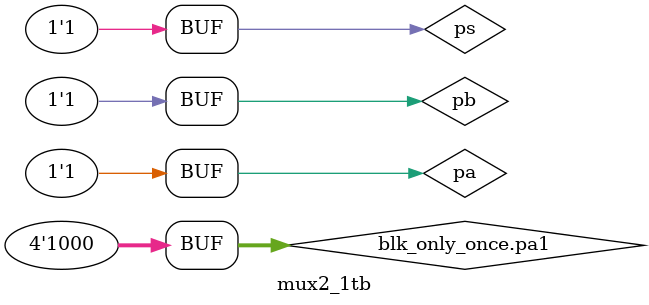
<source format=v>
`timescale 1ns / 1ps

module mux2_1tb;
 reg pa, pb, ps;
 wire pout;
// instantiate the fulladder module
 mux2_1 uut(pa, pb, ps, pout); // positional association
 initial
  begin: blk_only_once
   reg [3:0] pa1;
   for (pa1=0; pa1 < 8; pa1 = pa1+1)
     begin
      {ps, pa, pb} <= pa1;
      #50;
     end
   end
 endmodule

</source>
